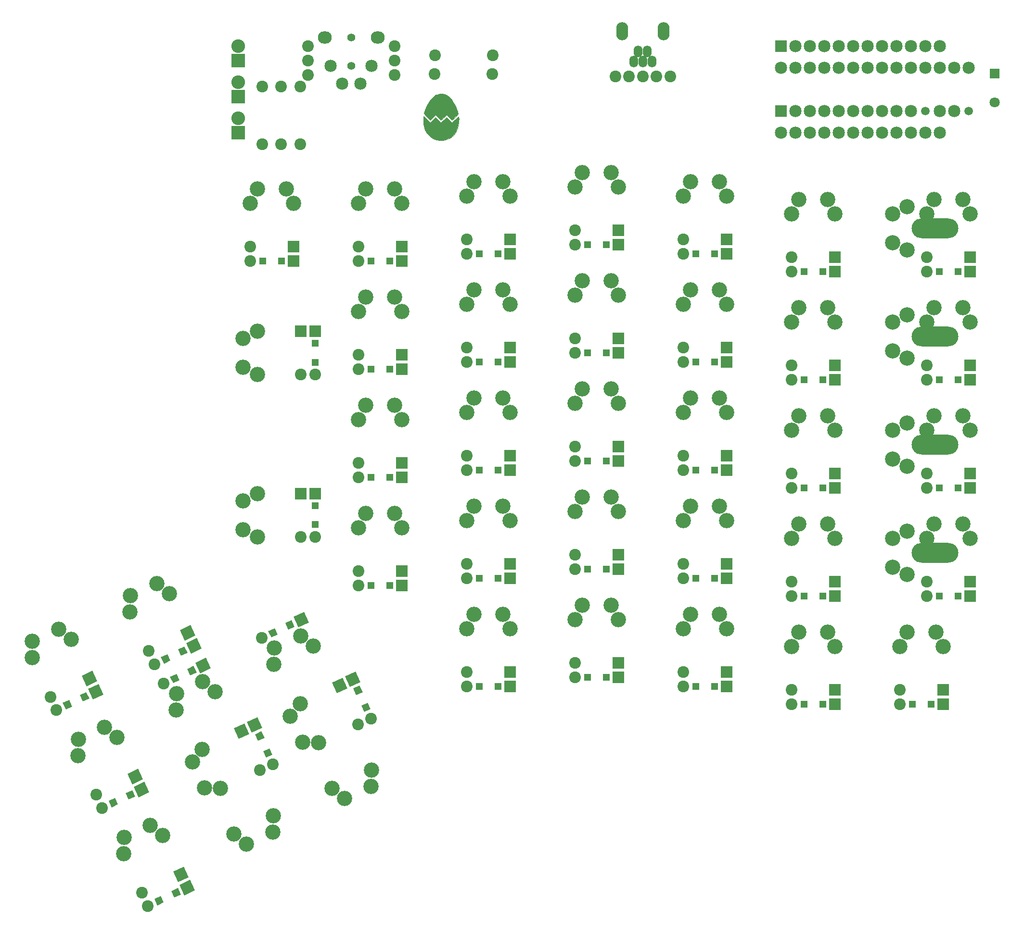
<source format=gbr>
G04 #@! TF.FileFunction,Soldermask,Bot*
%FSLAX46Y46*%
G04 Gerber Fmt 4.6, Leading zero omitted, Abs format (unit mm)*
G04 Created by KiCad (PCBNEW 4.0.1-stable) date 8/23/2016 11:12:04 AM*
%MOMM*%
G01*
G04 APERTURE LIST*
%ADD10C,0.150000*%
%ADD11C,0.010000*%
%ADD12C,2.057400*%
%ADD13C,2.692400*%
%ADD14R,2.159000X2.159000*%
%ADD15C,2.159000*%
%ADD16O,2.463800X2.159000*%
%ADD17C,1.397000*%
%ADD18R,2.057400X2.057400*%
%ADD19R,1.244600X1.244600*%
%ADD20C,1.498600*%
%ADD21R,2.406400X2.406400*%
%ADD22C,2.406400*%
%ADD23O,1.549400X2.057400*%
%ADD24O,2.108200X3.200400*%
%ADD25R,1.806400X1.806400*%
%ADD26C,1.806400*%
%ADD27C,2.689860*%
%ADD28C,2.687320*%
%ADD29O,8.242300X3.479800*%
G04 APERTURE END LIST*
D10*
D11*
G36*
X99183192Y-47320749D02*
X99355496Y-47471896D01*
X99585028Y-47690626D01*
X99709662Y-47814662D01*
X100255099Y-48364991D01*
X100725892Y-47899110D01*
X101196686Y-47433229D01*
X102117314Y-48365437D01*
X102606824Y-47881036D01*
X103096333Y-47396634D01*
X103585617Y-47880812D01*
X104074901Y-48364991D01*
X104622168Y-47812815D01*
X104879655Y-47555134D01*
X105043757Y-47403991D01*
X105140200Y-47345563D01*
X105194705Y-47366027D01*
X105232997Y-47451559D01*
X105242395Y-47479518D01*
X105268149Y-47676765D01*
X105264912Y-47994978D01*
X105233458Y-48388429D01*
X105225922Y-48454768D01*
X105075863Y-49243278D01*
X104824193Y-49903450D01*
X104464865Y-50446739D01*
X103991828Y-50884600D01*
X103913474Y-50939995D01*
X103303500Y-51258689D01*
X102627834Y-51440699D01*
X101929874Y-51478653D01*
X101312351Y-51381896D01*
X100661233Y-51122623D01*
X100102315Y-50727823D01*
X99648299Y-50211484D01*
X99311888Y-49587589D01*
X99126107Y-48974666D01*
X99083130Y-48697577D01*
X99053160Y-48364729D01*
X99036857Y-48016682D01*
X99034881Y-47693996D01*
X99047892Y-47437230D01*
X99076549Y-47286944D01*
X99098279Y-47264333D01*
X99183192Y-47320749D01*
X99183192Y-47320749D01*
G37*
X99183192Y-47320749D02*
X99355496Y-47471896D01*
X99585028Y-47690626D01*
X99709662Y-47814662D01*
X100255099Y-48364991D01*
X100725892Y-47899110D01*
X101196686Y-47433229D01*
X102117314Y-48365437D01*
X102606824Y-47881036D01*
X103096333Y-47396634D01*
X103585617Y-47880812D01*
X104074901Y-48364991D01*
X104622168Y-47812815D01*
X104879655Y-47555134D01*
X105043757Y-47403991D01*
X105140200Y-47345563D01*
X105194705Y-47366027D01*
X105232997Y-47451559D01*
X105242395Y-47479518D01*
X105268149Y-47676765D01*
X105264912Y-47994978D01*
X105233458Y-48388429D01*
X105225922Y-48454768D01*
X105075863Y-49243278D01*
X104824193Y-49903450D01*
X104464865Y-50446739D01*
X103991828Y-50884600D01*
X103913474Y-50939995D01*
X103303500Y-51258689D01*
X102627834Y-51440699D01*
X101929874Y-51478653D01*
X101312351Y-51381896D01*
X100661233Y-51122623D01*
X100102315Y-50727823D01*
X99648299Y-50211484D01*
X99311888Y-49587589D01*
X99126107Y-48974666D01*
X99083130Y-48697577D01*
X99053160Y-48364729D01*
X99036857Y-48016682D01*
X99034881Y-47693996D01*
X99047892Y-47437230D01*
X99076549Y-47286944D01*
X99098279Y-47264333D01*
X99183192Y-47320749D01*
G36*
X102450398Y-43280467D02*
X102983045Y-43454025D01*
X103488349Y-43771545D01*
X103946173Y-44225659D01*
X104062180Y-44375014D01*
X104332838Y-44788000D01*
X104598212Y-45269623D01*
X104830397Y-45762805D01*
X105001494Y-46210464D01*
X105058826Y-46413886D01*
X105158995Y-46847840D01*
X104616948Y-47394749D01*
X104074901Y-47941657D01*
X103096333Y-46973301D01*
X102606824Y-47457702D01*
X102117314Y-47942104D01*
X101196686Y-47009896D01*
X100255276Y-47941482D01*
X99673073Y-47354784D01*
X99090870Y-46768085D01*
X99322551Y-46106043D01*
X99618791Y-45395940D01*
X99981319Y-44749940D01*
X100391339Y-44192766D01*
X100830060Y-43749140D01*
X101278687Y-43443785D01*
X101383625Y-43394719D01*
X101910545Y-43258242D01*
X102450398Y-43280467D01*
X102450398Y-43280467D01*
G37*
X102450398Y-43280467D02*
X102983045Y-43454025D01*
X103488349Y-43771545D01*
X103946173Y-44225659D01*
X104062180Y-44375014D01*
X104332838Y-44788000D01*
X104598212Y-45269623D01*
X104830397Y-45762805D01*
X105001494Y-46210464D01*
X105058826Y-46413886D01*
X105158995Y-46847840D01*
X104616948Y-47394749D01*
X104074901Y-47941657D01*
X103096333Y-46973301D01*
X102606824Y-47457702D01*
X102117314Y-47942104D01*
X101196686Y-47009896D01*
X100255276Y-47941482D01*
X99673073Y-47354784D01*
X99090870Y-46768085D01*
X99322551Y-46106043D01*
X99618791Y-45395940D01*
X99981319Y-44749940D01*
X100391339Y-44192766D01*
X100830060Y-43749140D01*
X101278687Y-43443785D01*
X101383625Y-43394719D01*
X101910545Y-43258242D01*
X102450398Y-43280467D01*
D12*
X53341367Y-147187736D03*
D10*
G36*
X54985576Y-147107661D02*
X54459585Y-145979670D01*
X55587576Y-145453679D01*
X56113567Y-146581670D01*
X54985576Y-147107661D01*
X54985576Y-147107661D01*
G37*
G36*
X59749862Y-145334450D02*
X58880367Y-143469813D01*
X60745004Y-142600318D01*
X61614499Y-144464955D01*
X59749862Y-145334450D01*
X59749862Y-145334450D01*
G37*
G36*
X58001224Y-145701441D02*
X57475233Y-144573450D01*
X58603224Y-144047459D01*
X59129215Y-145175450D01*
X58001224Y-145701441D01*
X58001224Y-145701441D01*
G37*
D12*
X70605747Y-139135936D03*
D10*
G36*
X72249956Y-139055861D02*
X71723965Y-137927870D01*
X72851956Y-137401879D01*
X73377947Y-138529870D01*
X72249956Y-139055861D01*
X72249956Y-139055861D01*
G37*
G36*
X77014242Y-137282650D02*
X76144747Y-135418013D01*
X78009384Y-134548518D01*
X78878879Y-136413155D01*
X77014242Y-137282650D01*
X77014242Y-137282650D01*
G37*
G36*
X75265604Y-137649641D02*
X74739613Y-136521650D01*
X75867604Y-135995659D01*
X76393595Y-137123650D01*
X75265604Y-137649641D01*
X75265604Y-137649641D01*
G37*
D13*
X77434621Y-138754526D03*
X72753017Y-143740174D03*
X79659082Y-140519823D03*
X72830577Y-140901427D03*
X60170241Y-146806326D03*
X55488637Y-151791974D03*
X62394702Y-148571623D03*
X55566197Y-148953227D03*
X85176179Y-167376434D03*
X89857783Y-162390786D03*
X82951718Y-165611137D03*
X89780223Y-165229533D03*
X67909259Y-175425694D03*
X72590863Y-170440046D03*
X65684798Y-173660397D03*
X72513303Y-173278793D03*
D12*
X70665000Y-41985000D03*
X70665000Y-52145000D03*
X73965000Y-41985000D03*
X73965000Y-52145000D03*
X77365000Y-41985000D03*
X77365000Y-52145000D03*
X101085000Y-36465000D03*
X111245000Y-36465000D03*
X100985000Y-39765000D03*
X111145000Y-39765000D03*
X78740000Y-40005000D03*
X78740000Y-37465000D03*
X78740000Y-34925000D03*
X93980000Y-40005000D03*
X93980000Y-37465000D03*
X93980000Y-34925000D03*
D14*
X161925000Y-34925000D03*
D15*
X164465000Y-34925000D03*
X167005000Y-34925000D03*
X169545000Y-34925000D03*
X172085000Y-34925000D03*
X174625000Y-34925000D03*
X177165000Y-34925000D03*
X179705000Y-34925000D03*
X182245000Y-34925000D03*
X184785000Y-34925000D03*
X187325000Y-34925000D03*
X189865000Y-34925000D03*
X189865000Y-50165000D03*
X187325000Y-50165000D03*
X184785000Y-50165000D03*
X182245000Y-50165000D03*
X179705000Y-50165000D03*
X177165000Y-50165000D03*
X174625000Y-50165000D03*
X167005000Y-50165000D03*
X164465000Y-50165000D03*
X161925000Y-50165000D03*
X172085000Y-50165000D03*
X169545000Y-50165000D03*
D16*
X90957400Y-33375600D03*
D15*
X82702400Y-38379400D03*
X87909400Y-41478200D03*
D16*
X81661000Y-33375600D03*
D15*
X84709000Y-41478200D03*
X89916000Y-38379400D03*
D17*
X86309200Y-33375600D03*
X86309200Y-38379400D03*
D13*
X74930000Y-60020200D03*
X68580000Y-62560200D03*
X76200000Y-62560200D03*
X69850000Y-60020200D03*
D12*
X68580000Y-70180200D03*
D18*
X76200000Y-70180200D03*
D12*
X68580000Y-72720200D03*
D18*
X76200000Y-72720200D03*
D19*
X70726300Y-72720200D03*
X74053700Y-72720200D03*
D13*
X67310000Y-86370160D03*
X69850000Y-92720160D03*
X69850000Y-85100160D03*
X67310000Y-91450160D03*
D12*
X77470000Y-92720160D03*
D18*
X77470000Y-85100160D03*
D12*
X80010000Y-92720160D03*
D18*
X80010000Y-85100160D03*
D19*
X80010000Y-90573860D03*
X80010000Y-87246460D03*
D13*
X67310000Y-114945160D03*
X69850000Y-121295160D03*
X69850000Y-113675160D03*
X67310000Y-120025160D03*
D12*
X77470000Y-121295160D03*
D18*
X77470000Y-113675160D03*
D12*
X80010000Y-121295160D03*
D18*
X80010000Y-113675160D03*
D19*
X80010000Y-119148860D03*
X80010000Y-115821460D03*
D13*
X189230000Y-138122660D03*
X182880000Y-140662660D03*
X190500000Y-140662660D03*
X184150000Y-138122660D03*
D12*
X182880000Y-148282660D03*
D18*
X190500000Y-148282660D03*
D12*
X182880000Y-150822660D03*
D18*
X190500000Y-150822660D03*
D19*
X185026300Y-150822660D03*
X188353700Y-150822660D03*
D13*
X93980000Y-79067660D03*
X87630000Y-81607660D03*
X95250000Y-81607660D03*
X88900000Y-79067660D03*
D12*
X87630000Y-89227660D03*
D18*
X95250000Y-89227660D03*
D12*
X87630000Y-91767660D03*
D18*
X95250000Y-91767660D03*
D19*
X89776300Y-91767660D03*
X93103700Y-91767660D03*
D13*
X42903321Y-154855586D03*
X38221717Y-159841234D03*
X45127782Y-156620883D03*
X38299277Y-157002487D03*
D12*
X41442068Y-166747299D03*
D10*
G36*
X47850562Y-164894014D02*
X46981067Y-163029377D01*
X48845704Y-162159882D01*
X49715199Y-164024519D01*
X47850562Y-164894014D01*
X47850562Y-164894014D01*
G37*
D12*
X42515518Y-169049321D03*
D10*
G36*
X48924013Y-167196036D02*
X48054518Y-165331399D01*
X49919155Y-164461904D01*
X50788650Y-166326541D01*
X48924013Y-167196036D01*
X48924013Y-167196036D01*
G37*
G36*
X44159727Y-168969246D02*
X43633736Y-167841255D01*
X44761727Y-167315264D01*
X45287718Y-168443255D01*
X44159727Y-168969246D01*
X44159727Y-168969246D01*
G37*
G36*
X47175375Y-167563026D02*
X46649384Y-166435035D01*
X47777375Y-165909044D01*
X48303366Y-167037035D01*
X47175375Y-167563026D01*
X47175375Y-167563026D01*
G37*
D13*
X50955121Y-172122506D03*
X46273517Y-177108154D03*
X53179582Y-173887803D03*
X46351077Y-174269407D03*
D12*
X49493868Y-184014219D03*
D10*
G36*
X55902362Y-182160934D02*
X55032867Y-180296297D01*
X56897504Y-179426802D01*
X57766999Y-181291439D01*
X55902362Y-182160934D01*
X55902362Y-182160934D01*
G37*
D12*
X50567318Y-186316241D03*
D10*
G36*
X56975813Y-184462956D02*
X56106318Y-182598319D01*
X57970955Y-181728824D01*
X58840450Y-183593461D01*
X56975813Y-184462956D01*
X56975813Y-184462956D01*
G37*
G36*
X52211527Y-186236166D02*
X51685536Y-185108175D01*
X52813527Y-184582184D01*
X53339518Y-185710175D01*
X52211527Y-186236166D01*
X52211527Y-186236166D01*
G37*
G36*
X55227175Y-184829946D02*
X54701184Y-183701955D01*
X55829175Y-183175964D01*
X56355166Y-184303955D01*
X55227175Y-184829946D01*
X55227175Y-184829946D01*
G37*
D13*
X34854061Y-137591206D03*
X30172457Y-142576854D03*
X37078522Y-139356503D03*
X30250017Y-139738107D03*
D12*
X33392808Y-149482919D03*
D10*
G36*
X39801302Y-147629634D02*
X38931807Y-145764997D01*
X40796444Y-144895502D01*
X41665939Y-146760139D01*
X39801302Y-147629634D01*
X39801302Y-147629634D01*
G37*
D12*
X34466258Y-151784941D03*
D10*
G36*
X40874753Y-149931656D02*
X40005258Y-148067019D01*
X41869895Y-147197524D01*
X42739390Y-149062161D01*
X40874753Y-149931656D01*
X40874753Y-149931656D01*
G37*
G36*
X36110467Y-151704866D02*
X35584476Y-150576875D01*
X36712467Y-150050884D01*
X37238458Y-151178875D01*
X36110467Y-151704866D01*
X36110467Y-151704866D01*
G37*
G36*
X39126115Y-150298646D02*
X38600124Y-149170655D01*
X39728115Y-148644664D01*
X40254106Y-149772655D01*
X39126115Y-150298646D01*
X39126115Y-150298646D01*
G37*
D13*
X52118441Y-129541946D03*
X47436837Y-134527594D03*
X54342902Y-131307243D03*
X47514397Y-131688847D03*
D12*
X50657188Y-141433659D03*
D10*
G36*
X57065682Y-139580374D02*
X56196187Y-137715737D01*
X58060824Y-136846242D01*
X58930319Y-138710879D01*
X57065682Y-139580374D01*
X57065682Y-139580374D01*
G37*
D12*
X51730638Y-143735681D03*
D10*
G36*
X58139133Y-141882396D02*
X57269638Y-140017759D01*
X59134275Y-139148264D01*
X60003770Y-141012901D01*
X58139133Y-141882396D01*
X58139133Y-141882396D01*
G37*
G36*
X53374847Y-143655606D02*
X52848856Y-142527615D01*
X53976847Y-142001624D01*
X54502838Y-143129615D01*
X53374847Y-143655606D01*
X53374847Y-143655606D01*
G37*
G36*
X56390495Y-142249386D02*
X55864504Y-141121395D01*
X56992495Y-140595404D01*
X57518486Y-141723395D01*
X56390495Y-142249386D01*
X56390495Y-142249386D01*
G37*
D13*
X170180000Y-61925200D03*
X163830000Y-64465200D03*
X171450000Y-64465200D03*
X165100000Y-61925200D03*
D12*
X163830000Y-72085200D03*
D18*
X171450000Y-72085200D03*
D12*
X163830000Y-74625200D03*
D18*
X171450000Y-74625200D03*
D19*
X165976300Y-74625200D03*
X169303700Y-74625200D03*
D13*
X151130000Y-58747660D03*
X144780000Y-61287660D03*
X152400000Y-61287660D03*
X146050000Y-58747660D03*
D12*
X144780000Y-68907660D03*
D18*
X152400000Y-68907660D03*
D12*
X144780000Y-71447660D03*
D18*
X152400000Y-71447660D03*
D19*
X146926300Y-71447660D03*
X150253700Y-71447660D03*
D13*
X132080000Y-57150000D03*
X125730000Y-59690000D03*
X133350000Y-59690000D03*
X127000000Y-57150000D03*
D12*
X125730000Y-67310000D03*
D18*
X133350000Y-67310000D03*
D12*
X125730000Y-69850000D03*
D18*
X133350000Y-69850000D03*
D19*
X127876300Y-69850000D03*
X131203700Y-69850000D03*
D13*
X113030000Y-58747660D03*
X106680000Y-61287660D03*
X114300000Y-61287660D03*
X107950000Y-58747660D03*
D12*
X106680000Y-68907660D03*
D18*
X114300000Y-68907660D03*
D12*
X106680000Y-71447660D03*
D18*
X114300000Y-71447660D03*
D19*
X108826300Y-71447660D03*
X112153700Y-71447660D03*
D13*
X151130000Y-134947660D03*
X144780000Y-137487660D03*
X152400000Y-137487660D03*
X146050000Y-134947660D03*
D12*
X144780000Y-145107660D03*
D18*
X152400000Y-145107660D03*
D12*
X144780000Y-147647660D03*
D18*
X152400000Y-147647660D03*
D19*
X146926300Y-147647660D03*
X150253700Y-147647660D03*
D13*
X170180000Y-80972660D03*
X163830000Y-83512660D03*
X171450000Y-83512660D03*
X165100000Y-80972660D03*
D12*
X163830000Y-91132660D03*
D18*
X171450000Y-91132660D03*
D12*
X163830000Y-93672660D03*
D18*
X171450000Y-93672660D03*
D19*
X165976300Y-93672660D03*
X169303700Y-93672660D03*
D13*
X132080000Y-76200000D03*
X125730000Y-78740000D03*
X133350000Y-78740000D03*
X127000000Y-76200000D03*
D12*
X125730000Y-86360000D03*
D18*
X133350000Y-86360000D03*
D12*
X125730000Y-88900000D03*
D18*
X133350000Y-88900000D03*
D19*
X127876300Y-88900000D03*
X131203700Y-88900000D03*
D13*
X113030000Y-77797660D03*
X106680000Y-80337660D03*
X114300000Y-80337660D03*
X107950000Y-77797660D03*
D12*
X106680000Y-87957660D03*
D18*
X114300000Y-87957660D03*
D12*
X106680000Y-90497660D03*
D18*
X114300000Y-90497660D03*
D19*
X108826300Y-90497660D03*
X112153700Y-90497660D03*
D13*
X170180000Y-100022660D03*
X163830000Y-102562660D03*
X171450000Y-102562660D03*
X165100000Y-100022660D03*
D12*
X163830000Y-110182660D03*
D18*
X171450000Y-110182660D03*
D12*
X163830000Y-112722660D03*
D18*
X171450000Y-112722660D03*
D19*
X165976300Y-112722660D03*
X169303700Y-112722660D03*
D13*
X151130000Y-96847660D03*
X144780000Y-99387660D03*
X152400000Y-99387660D03*
X146050000Y-96847660D03*
D12*
X144780000Y-107007660D03*
D18*
X152400000Y-107007660D03*
D12*
X144780000Y-109547660D03*
D18*
X152400000Y-109547660D03*
D19*
X146926300Y-109547660D03*
X150253700Y-109547660D03*
D13*
X132080000Y-95250000D03*
X125730000Y-97790000D03*
X133350000Y-97790000D03*
X127000000Y-95250000D03*
D12*
X125730000Y-105410000D03*
D18*
X133350000Y-105410000D03*
D12*
X125730000Y-107950000D03*
D18*
X133350000Y-107950000D03*
D19*
X127876300Y-107950000D03*
X131203700Y-107950000D03*
D13*
X113030000Y-96847660D03*
X106680000Y-99387660D03*
X114300000Y-99387660D03*
X107950000Y-96847660D03*
D12*
X106680000Y-107007660D03*
D18*
X114300000Y-107007660D03*
D12*
X106680000Y-109547660D03*
D18*
X114300000Y-109547660D03*
D19*
X108826300Y-109547660D03*
X112153700Y-109547660D03*
D13*
X93980000Y-98117660D03*
X87630000Y-100657660D03*
X95250000Y-100657660D03*
X88900000Y-98117660D03*
D12*
X87630000Y-108277660D03*
D18*
X95250000Y-108277660D03*
D12*
X87630000Y-110817660D03*
D18*
X95250000Y-110817660D03*
D19*
X89776300Y-110817660D03*
X93103700Y-110817660D03*
D13*
X170180000Y-119072660D03*
X163830000Y-121612660D03*
X171450000Y-121612660D03*
X165100000Y-119072660D03*
D12*
X163830000Y-129232660D03*
D18*
X171450000Y-129232660D03*
D12*
X163830000Y-131772660D03*
D18*
X171450000Y-131772660D03*
D19*
X165976300Y-131772660D03*
X169303700Y-131772660D03*
D13*
X151130000Y-115897660D03*
X144780000Y-118437660D03*
X152400000Y-118437660D03*
X146050000Y-115897660D03*
D12*
X144780000Y-126057660D03*
D18*
X152400000Y-126057660D03*
D12*
X144780000Y-128597660D03*
D18*
X152400000Y-128597660D03*
D19*
X146926300Y-128597660D03*
X150253700Y-128597660D03*
D13*
X132080000Y-114300000D03*
X125730000Y-116840000D03*
X133350000Y-116840000D03*
X127000000Y-114300000D03*
D12*
X125730000Y-124460000D03*
D18*
X133350000Y-124460000D03*
D12*
X125730000Y-127000000D03*
D18*
X133350000Y-127000000D03*
D19*
X127876300Y-127000000D03*
X131203700Y-127000000D03*
D13*
X113030000Y-115897660D03*
X106680000Y-118437660D03*
X114300000Y-118437660D03*
X107950000Y-115897660D03*
D12*
X106680000Y-126057660D03*
D18*
X114300000Y-126057660D03*
D12*
X106680000Y-128597660D03*
D18*
X114300000Y-128597660D03*
D19*
X108826300Y-128597660D03*
X112153700Y-128597660D03*
D13*
X93980000Y-117167660D03*
X87630000Y-119707660D03*
X95250000Y-119707660D03*
X88900000Y-117167660D03*
D12*
X87630000Y-127327660D03*
D18*
X95250000Y-127327660D03*
D12*
X87630000Y-129867660D03*
D18*
X95250000Y-129867660D03*
D19*
X89776300Y-129867660D03*
X93103700Y-129867660D03*
D13*
X170180000Y-138122660D03*
X163830000Y-140662660D03*
X171450000Y-140662660D03*
X165100000Y-138122660D03*
D12*
X163830000Y-148282660D03*
D18*
X171450000Y-148282660D03*
D12*
X163830000Y-150822660D03*
D18*
X171450000Y-150822660D03*
D19*
X165976300Y-150822660D03*
X169303700Y-150822660D03*
D13*
X132080000Y-133350000D03*
X125730000Y-135890000D03*
X133350000Y-135890000D03*
X127000000Y-133350000D03*
D12*
X125730000Y-143510000D03*
D18*
X133350000Y-143510000D03*
D12*
X125730000Y-146050000D03*
D18*
X133350000Y-146050000D03*
D19*
X127876300Y-146050000D03*
X131203700Y-146050000D03*
D13*
X113030000Y-134947660D03*
X106680000Y-137487660D03*
X114300000Y-137487660D03*
X107950000Y-134947660D03*
D12*
X106680000Y-145107660D03*
D18*
X114300000Y-145107660D03*
D12*
X106680000Y-147647660D03*
D18*
X114300000Y-147647660D03*
D19*
X108826300Y-147647660D03*
X112153700Y-147647660D03*
D13*
X75625366Y-152910359D03*
X80611014Y-157591963D03*
X77390663Y-150685898D03*
X77772267Y-157514403D03*
D12*
X87517079Y-154371612D03*
D10*
G36*
X85663794Y-147963118D02*
X83799157Y-148832613D01*
X82929662Y-146967976D01*
X84794299Y-146098481D01*
X85663794Y-147963118D01*
X85663794Y-147963118D01*
G37*
D12*
X89819101Y-153298162D03*
D10*
G36*
X87965816Y-146889667D02*
X86101179Y-147759162D01*
X85231684Y-145894525D01*
X87096321Y-145025030D01*
X87965816Y-146889667D01*
X87965816Y-146889667D01*
G37*
G36*
X89739026Y-151653953D02*
X88611035Y-152179944D01*
X88085044Y-151051953D01*
X89213035Y-150525962D01*
X89739026Y-151653953D01*
X89739026Y-151653953D01*
G37*
G36*
X88332806Y-148638305D02*
X87204815Y-149164296D01*
X86678824Y-148036305D01*
X87806815Y-147510314D01*
X88332806Y-148638305D01*
X88332806Y-148638305D01*
G37*
D13*
X58360986Y-160962159D03*
X63346634Y-165643763D03*
X60126283Y-158737698D03*
X60507887Y-165566203D03*
D12*
X70252699Y-162423412D03*
D10*
G36*
X68399414Y-156014918D02*
X66534777Y-156884413D01*
X65665282Y-155019776D01*
X67529919Y-154150281D01*
X68399414Y-156014918D01*
X68399414Y-156014918D01*
G37*
D12*
X72554721Y-161349962D03*
D10*
G36*
X70701436Y-154941467D02*
X68836799Y-155810962D01*
X67967304Y-153946325D01*
X69831941Y-153076830D01*
X70701436Y-154941467D01*
X70701436Y-154941467D01*
G37*
G36*
X72474646Y-159705753D02*
X71346655Y-160231744D01*
X70820664Y-159103753D01*
X71948655Y-158577762D01*
X72474646Y-159705753D01*
X72474646Y-159705753D01*
G37*
G36*
X71068426Y-156690105D02*
X69940435Y-157216096D01*
X69414444Y-156088105D01*
X70542435Y-155562114D01*
X71068426Y-156690105D01*
X71068426Y-156690105D01*
G37*
D13*
X151130000Y-77797660D03*
X144780000Y-80337660D03*
X152400000Y-80337660D03*
X146050000Y-77797660D03*
D12*
X144780000Y-87957660D03*
D18*
X152400000Y-87957660D03*
D12*
X144780000Y-90497660D03*
D18*
X152400000Y-90497660D03*
D19*
X146926300Y-90497660D03*
X150253700Y-90497660D03*
D13*
X93980000Y-60020200D03*
X87630000Y-62560200D03*
X95250000Y-62560200D03*
X88900000Y-60020200D03*
D12*
X87630000Y-70180200D03*
D18*
X95250000Y-70180200D03*
D12*
X87630000Y-72720200D03*
D18*
X95250000Y-72720200D03*
D19*
X89776300Y-72720200D03*
X93103700Y-72720200D03*
D15*
X164450000Y-46330000D03*
X166990000Y-46330000D03*
X169530000Y-46330000D03*
X172070000Y-46330000D03*
X174610000Y-46330000D03*
X177150000Y-46330000D03*
X179690000Y-46330000D03*
X182230000Y-46330000D03*
X184770000Y-46330000D03*
D20*
X187310000Y-46330000D03*
D15*
X189850000Y-46330000D03*
X192390000Y-46330000D03*
D20*
X194930000Y-46330000D03*
D14*
X161910000Y-46330000D03*
D15*
X194930000Y-38710000D03*
X192390000Y-38710000D03*
X189850000Y-38710000D03*
X187310000Y-38710000D03*
X184770000Y-38710000D03*
X182230000Y-38710000D03*
X179690000Y-38710000D03*
X177150000Y-38710000D03*
X174610000Y-38710000D03*
X172070000Y-38710000D03*
X169530000Y-38710000D03*
X166990000Y-38710000D03*
X164450000Y-38710000D03*
X161910000Y-38710000D03*
D21*
X66465000Y-37465000D03*
D22*
X66465000Y-34925000D03*
D21*
X66465000Y-43765000D03*
D22*
X66465000Y-41225000D03*
D21*
X66465000Y-50165000D03*
D22*
X66465000Y-47625000D03*
D23*
X136042400Y-37553900D03*
X136842500Y-35806380D03*
X137642600Y-37553900D03*
X138442700Y-35806380D03*
X139242800Y-37553900D03*
D24*
X141290040Y-32230060D03*
X133995160Y-32230060D03*
D12*
X135229600Y-40259000D03*
X132816600Y-40259000D03*
X137642600Y-40259000D03*
X142468600Y-40259000D03*
X140055600Y-40259000D03*
D25*
X199517000Y-39751000D03*
D26*
X199517000Y-44751000D03*
D13*
X193992500Y-119072660D03*
X187642500Y-121612660D03*
D27*
X195262500Y-121612660D03*
D13*
X188912500Y-119072660D03*
D12*
X187642500Y-129232660D03*
D18*
X195262500Y-129232660D03*
D12*
X187642500Y-131772660D03*
D18*
X195262500Y-131772660D03*
D19*
X189788800Y-131772660D03*
X193116200Y-131772660D03*
D28*
X181610000Y-121612660D03*
X184150000Y-120342660D03*
X184150000Y-127962660D03*
X181610000Y-126692660D03*
D29*
X189069980Y-124152660D03*
D13*
X193992500Y-100022660D03*
X187642500Y-102562660D03*
D27*
X195262500Y-102562660D03*
D13*
X188912500Y-100022660D03*
D12*
X187642500Y-110182660D03*
D18*
X195262500Y-110182660D03*
D12*
X187642500Y-112722660D03*
D18*
X195262500Y-112722660D03*
D19*
X189788800Y-112722660D03*
X193116200Y-112722660D03*
D28*
X181610000Y-102562660D03*
X184150000Y-101292660D03*
X184150000Y-108912660D03*
X181610000Y-107642660D03*
D29*
X189069980Y-105102660D03*
D13*
X193992500Y-80972660D03*
X187642500Y-83512660D03*
D27*
X195262500Y-83512660D03*
D13*
X188912500Y-80972660D03*
D12*
X187642500Y-91132660D03*
D18*
X195262500Y-91132660D03*
D12*
X187642500Y-93672660D03*
D18*
X195262500Y-93672660D03*
D19*
X189788800Y-93672660D03*
X193116200Y-93672660D03*
D28*
X181610000Y-83512660D03*
X184150000Y-82242660D03*
X184150000Y-89862660D03*
X181610000Y-88592660D03*
D29*
X189069980Y-86052660D03*
D13*
X193992500Y-61925200D03*
X187642500Y-64465200D03*
D27*
X195262500Y-64465200D03*
D13*
X188912500Y-61925200D03*
D12*
X187642500Y-72085200D03*
D18*
X195262500Y-72085200D03*
D12*
X187642500Y-74625200D03*
D18*
X195262500Y-74625200D03*
D19*
X189788800Y-74625200D03*
X193116200Y-74625200D03*
D28*
X181610000Y-64465200D03*
X184150000Y-63195200D03*
X184150000Y-70815200D03*
X181610000Y-69545200D03*
D29*
X189069980Y-67005200D03*
M02*

</source>
